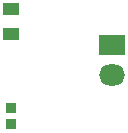
<source format=gts>
G04*
G04 #@! TF.GenerationSoftware,Altium Limited,Altium Designer,23.7.1 (13)*
G04*
G04 Layer_Color=8388736*
%FSLAX44Y44*%
%MOMM*%
G71*
G04*
G04 #@! TF.SameCoordinates,EF107940-91EF-4339-82F6-E674CF011E28*
G04*
G04*
G04 #@! TF.FilePolarity,Negative*
G04*
G01*
G75*
%ADD15R,0.9032X0.9032*%
%ADD16R,1.4032X1.1032*%
%ADD17O,2.2032X1.8032*%
%ADD18R,2.2032X1.8032*%
D15*
X55000Y52000D02*
D03*
Y38000D02*
D03*
D16*
Y135500D02*
D03*
Y114500D02*
D03*
D17*
X140000Y80000D02*
D03*
D18*
Y105400D02*
D03*
M02*

</source>
